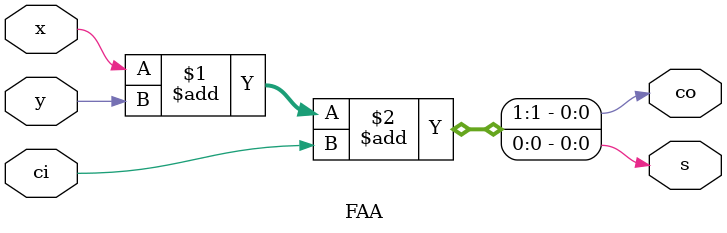
<source format=v>
`timescale 1ns / 1ps

module FAA(x,y,ci,s,co);

input x,y;
input ci;
output  s;
output co;


assign {co,s}=x+y+ci;


endmodule

</source>
